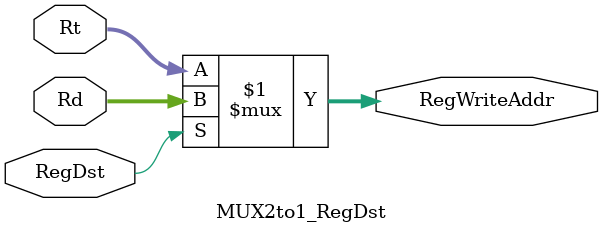
<source format=v>
module MUX2to1_RegDst(
    input wire [4:0] Rt,      // Campo rt da instrução
    input wire [4:0] Rd,      // Campo rd da instrução
    input wire RegDst,        // Controle de seleção
    output wire [4:0] RegWriteAddr // Saída para o endereço do registrador
);

    assign RegWriteAddr = (RegDst) ? Rd : Rt; // Se RegDst for 1, usa o campo rd

endmodule

</source>
